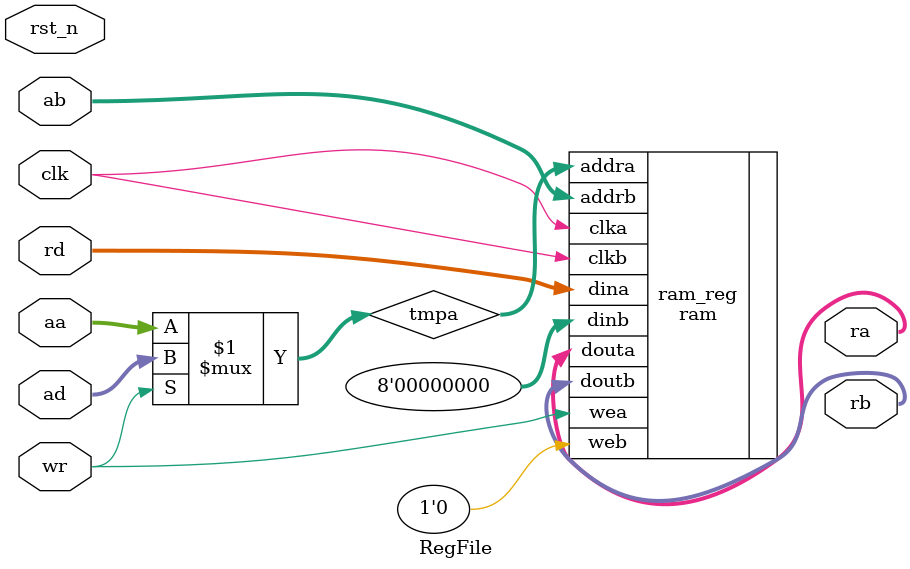
<source format=v>
`timescale 1ns / 1ps
module RegFile(
	ra, rb, 
	wr, rd, aa, ab, ad, 
	clk, rst_n
	);

	output wire [7:0] ra;
	output wire [7:0] rb;
	input wr;
	input [7:0] rd;
	input [5:0] aa;
	input [5:0] ab;
	input [5:0] ad;
	input clk, rst_n;

	wire [5:0] tmpa;		// tmp addr, equal to aa (read) or ad (write)

	ram ram_reg(		// a true dual-port ram
						// use port a & b to read, use a to write
		.clka(clk),
		.clkb(clk),
		.addra(tmpa),		// write addr
		.addrb(ab),		// read addr
		.douta(ra),		// read data
		.doutb(rb),		// read data
		.dina(rd),		// write db
		.dinb(8'd0),		// write db
		.wea(wr),		// write enable
		.web(1'b0)		// always read
	);

	assign tmpa = wr ? ad : aa;

endmodule

</source>
